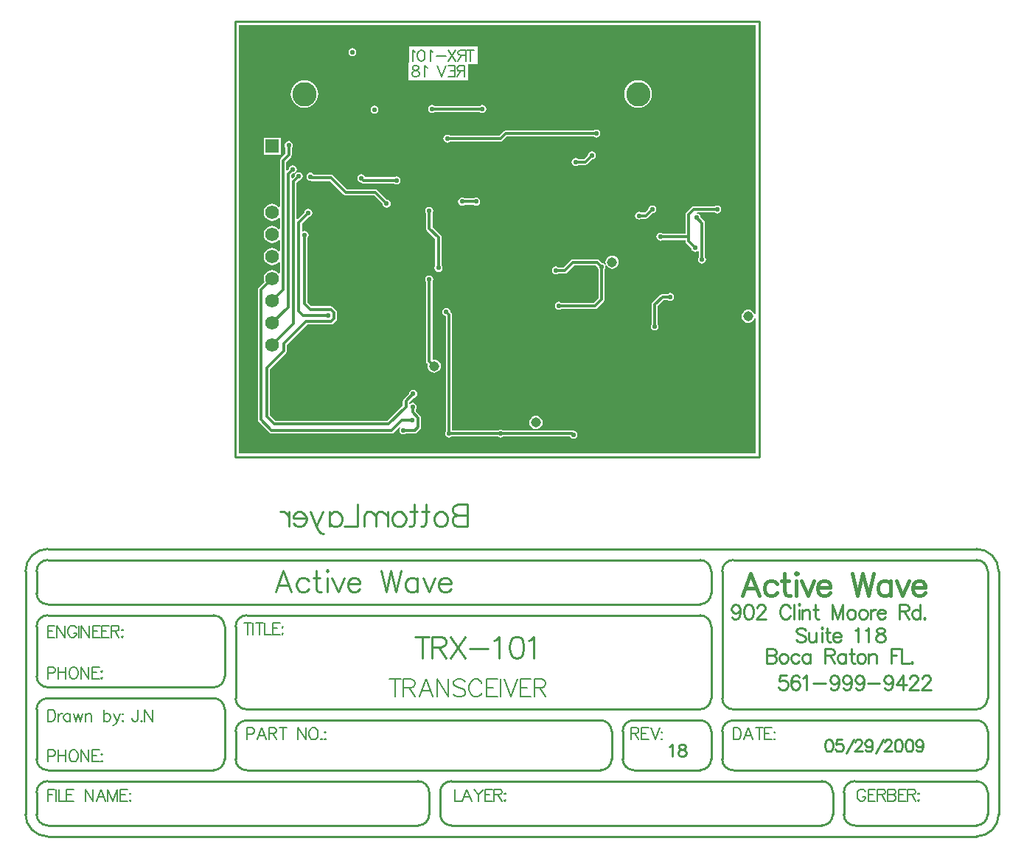
<source format=gbl>
%FSLAX23Y23*%
%MOIN*%
G70*
G01*
G75*
G04 Layer_Physical_Order=2*
G04 Layer_Color=16711680*
%ADD10R,0.030X0.030*%
%ADD11R,0.030X0.030*%
%ADD12R,0.025X0.055*%
%ADD13R,0.025X0.095*%
%ADD14R,0.040X0.055*%
%ADD15R,0.055X0.040*%
%ADD16R,0.036X0.050*%
%ADD17R,0.036X0.036*%
%ADD18R,0.060X0.050*%
%ADD19R,0.150X0.050*%
%ADD20C,0.012*%
%ADD21R,0.024X0.024*%
%ADD22R,0.036X0.036*%
%ADD23R,0.050X0.036*%
%ADD24R,0.047X0.047*%
%ADD25R,0.047X0.047*%
%ADD26R,0.039X0.039*%
%ADD27R,0.039X0.020*%
%ADD28O,0.016X0.060*%
%ADD29R,0.020X0.050*%
%ADD30O,0.016X0.060*%
%ADD31O,0.024X0.080*%
%ADD32O,0.060X0.016*%
%ADD33R,0.059X0.031*%
%ADD34R,0.031X0.059*%
%ADD35R,0.090X0.024*%
%ADD36R,0.024X0.100*%
%ADD37R,0.070X0.024*%
%ADD38R,0.024X0.090*%
%ADD39R,0.055X0.025*%
%ADD40R,0.095X0.025*%
%ADD41R,0.020X0.030*%
%ADD42C,0.014*%
%ADD43C,0.012*%
%ADD44C,0.010*%
%ADD45C,0.030*%
%ADD46C,0.020*%
%ADD47C,0.008*%
%ADD48C,0.009*%
%ADD49C,0.005*%
%ADD50C,0.015*%
%ADD51C,0.045*%
%ADD52C,0.075*%
%ADD53C,0.140*%
%ADD54C,0.060*%
%ADD55C,0.062*%
%ADD56R,0.062X0.062*%
%ADD57C,0.110*%
%ADD58C,0.022*%
G36*
X2303Y585D02*
X2298Y584D01*
X2296Y590D01*
X2291Y596D01*
X2285Y601D01*
X2278Y604D01*
X2270Y605D01*
X2262Y604D01*
X2255Y601D01*
X2249Y596D01*
X2244Y590D01*
X2241Y583D01*
X2240Y575D01*
X2241Y567D01*
X2244Y560D01*
X2249Y554D01*
X2255Y549D01*
X2262Y546D01*
X2270Y545D01*
X2278Y546D01*
X2285Y549D01*
X2291Y554D01*
X2296Y560D01*
X2298Y566D01*
X2303Y565D01*
Y-43D01*
X-32D01*
Y1893D01*
X2303D01*
Y585D01*
D02*
G37*
%LPC*%
G36*
X1836Y1077D02*
X1829Y1076D01*
X1823Y1072D01*
X1819Y1066D01*
X1818Y1060D01*
X1802Y1044D01*
X1789D01*
X1783Y1047D01*
X1776Y1049D01*
X1769Y1047D01*
X1763Y1043D01*
X1759Y1037D01*
X1758Y1030D01*
X1759Y1023D01*
X1763Y1017D01*
X1769Y1014D01*
X1776Y1012D01*
X1783Y1014D01*
X1789Y1017D01*
X1807D01*
X1813Y1018D01*
X1817Y1021D01*
X1837Y1041D01*
X1843Y1042D01*
X1849Y1046D01*
X1853Y1052D01*
X1855Y1059D01*
X1853Y1066D01*
X1849Y1072D01*
X1843Y1076D01*
X1836Y1077D01*
D02*
G37*
G36*
X1655Y850D02*
X1647Y849D01*
X1640Y846D01*
X1634Y841D01*
X1629Y835D01*
X1626Y828D01*
X1625Y820D01*
X1626Y812D01*
X1628Y808D01*
X1628Y808D01*
X1628D01*
X1625Y806D01*
X1623Y807D01*
X1620Y811D01*
X1614Y815D01*
X1609Y816D01*
X1596Y829D01*
X1591Y832D01*
X1586Y833D01*
X1586Y833D01*
X1477D01*
X1477Y833D01*
X1472Y832D01*
X1467Y829D01*
X1467Y829D01*
X1435Y797D01*
X1411D01*
X1407Y800D01*
X1400Y802D01*
X1393Y800D01*
X1387Y796D01*
X1383Y790D01*
X1382Y783D01*
X1383Y776D01*
X1387Y770D01*
X1393Y766D01*
X1400Y765D01*
X1407Y766D01*
X1411Y769D01*
X1441D01*
X1441Y769D01*
X1446Y770D01*
X1451Y773D01*
X1483Y805D01*
X1580D01*
X1589Y796D01*
X1590Y791D01*
X1593Y787D01*
Y659D01*
X1571Y637D01*
X1425D01*
X1421Y640D01*
X1414Y642D01*
X1407Y640D01*
X1401Y636D01*
X1397Y630D01*
X1396Y623D01*
X1397Y616D01*
X1401Y610D01*
X1407Y606D01*
X1414Y605D01*
X1421Y606D01*
X1425Y609D01*
X1577D01*
X1577Y609D01*
X1582Y610D01*
X1587Y613D01*
X1617Y643D01*
X1617Y643D01*
X1620Y648D01*
D01*
D01*
D01*
Y648D01*
X1620D01*
D01*
D01*
D01*
D01*
X1620D01*
D01*
D01*
D01*
D01*
Y648D01*
X1620D01*
D01*
Y648D01*
D01*
D01*
D01*
D01*
D01*
D01*
D01*
D01*
D01*
D01*
D01*
D01*
Y648D01*
D01*
X1620D01*
D01*
D01*
D01*
D01*
X1620Y648D01*
X1621Y653D01*
X1621Y653D01*
Y787D01*
X1624Y791D01*
X1625Y798D01*
X1624Y805D01*
X1627Y806D01*
X1629Y805D01*
D01*
X1634Y799D01*
X1640Y794D01*
X1647Y791D01*
X1655Y790D01*
X1663Y791D01*
X1670Y794D01*
X1676Y799D01*
X1681Y805D01*
X1684Y812D01*
X1685Y820D01*
X1684Y828D01*
X1681Y835D01*
X1676Y841D01*
X1670Y846D01*
X1663Y849D01*
X1655Y850D01*
D02*
G37*
G36*
X291Y1225D02*
X284Y1224D01*
X278Y1220D01*
X274Y1214D01*
X273Y1207D01*
X274Y1200D01*
X278Y1194D01*
X284Y1190D01*
X290Y1189D01*
X292Y1188D01*
Y1188D01*
X292Y1188D01*
D01*
D01*
D01*
X292D01*
Y1188D01*
D01*
X292Y1188D01*
X292Y1188D01*
X297Y1187D01*
X297Y1187D01*
X379D01*
X441Y1125D01*
X446Y1122D01*
X451Y1121D01*
X451Y1121D01*
X579D01*
X617Y1083D01*
X618Y1078D01*
X622Y1072D01*
X628Y1068D01*
X635Y1067D01*
X642Y1068D01*
X648Y1072D01*
X652Y1078D01*
X653Y1085D01*
X652Y1092D01*
X648Y1098D01*
X642Y1102D01*
X637Y1103D01*
X595Y1145D01*
X590Y1148D01*
X585Y1149D01*
X585Y1149D01*
X457D01*
X395Y1211D01*
X390Y1214D01*
X385Y1215D01*
X385Y1215D01*
X307D01*
X304Y1220D01*
X298Y1224D01*
X291Y1225D01*
D02*
G37*
G36*
X192Y1368D02*
X185Y1366D01*
X179Y1362D01*
X175Y1356D01*
X174Y1349D01*
X175Y1342D01*
X178Y1338D01*
Y1311D01*
X157Y1289D01*
X154Y1285D01*
X153Y1279D01*
X153Y1279D01*
Y1071D01*
X148Y1069D01*
X145Y1072D01*
X137Y1078D01*
X128Y1082D01*
X118Y1084D01*
X108Y1082D01*
X99Y1078D01*
X91Y1072D01*
X85Y1064D01*
X81Y1055D01*
X80Y1045D01*
X81Y1035D01*
X85Y1026D01*
X91Y1018D01*
X99Y1012D01*
X108Y1008D01*
X118Y1007D01*
X128Y1008D01*
X137Y1012D01*
X145Y1018D01*
X148Y1021D01*
X153Y1020D01*
Y971D01*
X148Y969D01*
X145Y972D01*
X137Y978D01*
X128Y982D01*
X118Y984D01*
X108Y982D01*
X99Y978D01*
X91Y972D01*
X85Y964D01*
X81Y955D01*
X80Y945D01*
X81Y935D01*
X85Y926D01*
X91Y918D01*
X99Y912D01*
X108Y908D01*
X118Y907D01*
X128Y908D01*
X137Y912D01*
X145Y918D01*
X148Y921D01*
X153Y920D01*
Y871D01*
X148Y869D01*
X145Y872D01*
X137Y878D01*
X128Y882D01*
X118Y884D01*
X108Y882D01*
X99Y878D01*
X91Y872D01*
X85Y864D01*
X81Y855D01*
X80Y845D01*
X81Y835D01*
X85Y826D01*
X91Y818D01*
X99Y812D01*
X108Y808D01*
X118Y807D01*
X128Y808D01*
X137Y812D01*
X145Y818D01*
X148Y821D01*
X153Y820D01*
Y771D01*
X148Y769D01*
X145Y772D01*
X137Y778D01*
X128Y782D01*
X118Y784D01*
X108Y782D01*
X99Y778D01*
X91Y772D01*
X85Y764D01*
X81Y755D01*
X80Y745D01*
X81Y735D01*
X83Y730D01*
X57Y704D01*
X54Y699D01*
X53Y694D01*
X53Y694D01*
Y108D01*
X53Y108D01*
X54Y103D01*
X57Y98D01*
X105Y50D01*
X105Y50D01*
X110Y47D01*
Y47D01*
X110Y47D01*
D01*
D01*
D01*
X110D01*
Y47D01*
D01*
X110Y47D01*
X110Y47D01*
X115Y46D01*
X115Y46D01*
X657D01*
X657Y46D01*
X662Y47D01*
X667Y50D01*
X692Y75D01*
X694Y75D01*
X697Y73D01*
X697Y73D01*
D01*
X693Y67D01*
X692Y60D01*
X693Y53D01*
X697Y47D01*
X703Y43D01*
X710Y42D01*
X717Y43D01*
X721Y46D01*
X762D01*
X762Y46D01*
X767Y47D01*
X772Y50D01*
X787Y65D01*
X790Y70D01*
X791Y75D01*
X791Y75D01*
Y116D01*
X791Y116D01*
Y116D01*
X791D01*
X791Y116D01*
D01*
D01*
D01*
D01*
X791Y116D01*
D01*
X790Y122D01*
X789Y123D01*
X787Y126D01*
X787Y126D01*
X766Y147D01*
Y154D01*
X769Y158D01*
X770Y165D01*
X769Y172D01*
X765Y178D01*
X759Y182D01*
X752Y184D01*
X745Y182D01*
X741Y179D01*
X736Y182D01*
Y185D01*
X757Y206D01*
X762Y207D01*
X768Y211D01*
X772Y217D01*
X773Y224D01*
X772Y231D01*
X768Y237D01*
X762Y241D01*
X755Y243D01*
X748Y241D01*
X742Y237D01*
X738Y231D01*
X737Y226D01*
X712Y201D01*
X709Y197D01*
X708Y191D01*
X708Y191D01*
Y172D01*
X639Y103D01*
X133D01*
X108Y128D01*
Y337D01*
X179Y408D01*
X179Y408D01*
X181Y411D01*
X182Y413D01*
X183Y418D01*
X183Y418D01*
Y446D01*
X276Y539D01*
X385D01*
X385Y539D01*
X390Y540D01*
X395Y543D01*
X406Y554D01*
X406Y554D01*
X409Y559D01*
X410Y564D01*
Y593D01*
X410Y593D01*
X409Y599D01*
X406Y603D01*
X406Y603D01*
X393Y616D01*
X388Y619D01*
X383Y621D01*
X383Y621D01*
X295D01*
X278Y637D01*
Y932D01*
X281Y936D01*
X282Y943D01*
X281Y950D01*
X277Y956D01*
X271Y960D01*
X264Y962D01*
X257Y960D01*
X256Y960D01*
X252Y962D01*
Y994D01*
X284Y1025D01*
X288Y1026D01*
X294Y1030D01*
X298Y1036D01*
X300Y1043D01*
X298Y1050D01*
X294Y1056D01*
X288Y1060D01*
X281Y1062D01*
X274Y1060D01*
X268Y1056D01*
X264Y1050D01*
X263Y1045D01*
X233Y1015D01*
X228Y1017D01*
Y1178D01*
X240Y1190D01*
X245Y1191D01*
X251Y1195D01*
X255Y1201D01*
X256Y1208D01*
X255Y1215D01*
X251Y1221D01*
X245Y1225D01*
X238Y1226D01*
X231Y1225D01*
X225Y1221D01*
X221Y1215D01*
X220Y1210D01*
X209Y1200D01*
X205Y1202D01*
Y1214D01*
X212Y1221D01*
X217Y1222D01*
X223Y1226D01*
X227Y1232D01*
X229Y1239D01*
X227Y1246D01*
X223Y1252D01*
X217Y1256D01*
X210Y1258D01*
X203Y1256D01*
X197Y1252D01*
X193Y1246D01*
X192Y1242D01*
X186Y1235D01*
X181Y1237D01*
Y1273D01*
X202Y1295D01*
X202Y1295D01*
X204Y1297D01*
X205Y1299D01*
X207Y1305D01*
Y1338D01*
X209Y1342D01*
X211Y1349D01*
X209Y1356D01*
X205Y1362D01*
X199Y1366D01*
X192Y1368D01*
D02*
G37*
G36*
X2129Y1076D02*
X2122Y1075D01*
X2118Y1072D01*
X2023D01*
X2023Y1072D01*
X2018Y1071D01*
X2013Y1068D01*
X1991Y1046D01*
X1988Y1041D01*
X1987Y1036D01*
X1987Y1036D01*
Y949D01*
X1884D01*
X1880Y951D01*
X1873Y953D01*
X1866Y951D01*
X1860Y948D01*
X1856Y942D01*
X1855Y935D01*
X1856Y928D01*
X1860Y922D01*
X1866Y918D01*
X1873Y916D01*
X1880Y918D01*
X1884Y920D01*
X1987D01*
Y914D01*
X1987Y914D01*
X1988Y908D01*
X1991Y904D01*
X2012Y882D01*
X2013Y877D01*
X2017Y872D01*
X2023Y868D01*
X2030Y866D01*
X2037Y868D01*
X2042Y871D01*
X2047Y869D01*
Y842D01*
X2044Y838D01*
X2043Y831D01*
X2044Y824D01*
X2048Y818D01*
X2054Y814D01*
X2061Y813D01*
X2068Y814D01*
X2074Y818D01*
X2078Y824D01*
X2079Y831D01*
X2078Y838D01*
X2075Y842D01*
Y997D01*
X2075Y997D01*
Y997D01*
X2075D01*
X2075Y997D01*
D01*
D01*
D01*
D01*
X2075Y997D01*
D01*
X2074Y1002D01*
X2073Y1004D01*
X2071Y1007D01*
X2071Y1007D01*
X2054Y1024D01*
X2053Y1029D01*
X2049Y1035D01*
X2043Y1039D01*
X2036Y1040D01*
X2039Y1044D01*
X2118D01*
X2122Y1041D01*
X2129Y1040D01*
X2136Y1041D01*
X2142Y1045D01*
X2146Y1051D01*
X2147Y1058D01*
X2146Y1065D01*
X2142Y1071D01*
X2136Y1075D01*
X2129Y1076D01*
D02*
G37*
G36*
X828Y760D02*
X821Y758D01*
X815Y754D01*
X811Y748D01*
X809Y741D01*
X811Y734D01*
X814Y730D01*
Y372D01*
X814Y372D01*
X815Y367D01*
X818Y362D01*
X822Y358D01*
X821Y358D01*
X820Y350D01*
X821Y342D01*
X824Y335D01*
X829Y329D01*
X835Y324D01*
X842Y321D01*
X850Y320D01*
X858Y321D01*
X865Y324D01*
X871Y329D01*
X876Y335D01*
X879Y342D01*
X880Y350D01*
X879Y358D01*
X876Y365D01*
X871Y371D01*
X865Y376D01*
X858Y379D01*
X850Y380D01*
X846Y379D01*
X842Y383D01*
Y730D01*
X845Y734D01*
X846Y741D01*
X845Y748D01*
X841Y754D01*
X835Y758D01*
X828Y760D01*
D02*
G37*
G36*
X1310Y125D02*
X1302Y124D01*
X1295Y121D01*
X1289Y116D01*
X1284Y110D01*
X1281Y103D01*
X1280Y95D01*
X1281Y87D01*
X1284Y80D01*
X1289Y74D01*
X1295Y69D01*
X1302Y66D01*
X1310Y65D01*
X1318Y66D01*
X1325Y69D01*
X1331Y74D01*
X1336Y80D01*
X1339Y87D01*
X1340Y95D01*
X1339Y103D01*
X1336Y110D01*
X1331Y116D01*
X1325Y121D01*
X1318Y124D01*
X1310Y125D01*
D02*
G37*
G36*
X905Y613D02*
X898Y612D01*
X892Y608D01*
X888Y602D01*
X887Y595D01*
X888Y588D01*
X892Y582D01*
X898Y578D01*
X903Y577D01*
X903Y577D01*
Y56D01*
X900Y52D01*
X899Y45D01*
X900Y38D01*
X904Y32D01*
X910Y28D01*
X917Y27D01*
X924Y28D01*
X928Y31D01*
X1139D01*
X1143Y28D01*
X1150Y27D01*
X1157Y28D01*
X1161Y31D01*
X1464D01*
X1466Y27D01*
X1472Y23D01*
X1479Y22D01*
X1486Y23D01*
X1492Y27D01*
X1496Y33D01*
X1497Y40D01*
X1496Y47D01*
X1492Y53D01*
X1486Y57D01*
X1479Y58D01*
X1479Y58D01*
X1474Y59D01*
X1474Y59D01*
X1161D01*
X1157Y62D01*
X1150Y63D01*
X1143Y62D01*
X1139Y59D01*
X931D01*
Y583D01*
X931Y583D01*
X930Y588D01*
X930D01*
D01*
D01*
X930Y588D01*
D01*
D01*
D01*
D01*
X930Y588D01*
D01*
D01*
Y588D01*
D01*
X930D01*
D01*
D01*
X930D01*
D01*
D01*
X927Y593D01*
X927Y593D01*
X923Y597D01*
X922Y602D01*
X918Y608D01*
X912Y612D01*
X905Y613D01*
D02*
G37*
G36*
X828Y1070D02*
X821Y1068D01*
X815Y1064D01*
X811Y1058D01*
X810Y1051D01*
X811Y1044D01*
X814Y1040D01*
Y973D01*
X814Y973D01*
X815Y968D01*
X818Y963D01*
X855Y926D01*
Y805D01*
X852Y801D01*
X851Y794D01*
X852Y787D01*
X856Y781D01*
X862Y777D01*
X869Y776D01*
X876Y777D01*
X882Y781D01*
X886Y787D01*
X887Y794D01*
X886Y801D01*
X883Y805D01*
Y932D01*
X883Y932D01*
X882Y938D01*
X879Y942D01*
X879Y942D01*
X842Y979D01*
Y1040D01*
X845Y1044D01*
X846Y1051D01*
X845Y1058D01*
X841Y1064D01*
X835Y1068D01*
X828Y1070D01*
D02*
G37*
G36*
X1917Y682D02*
X1910Y680D01*
X1906Y677D01*
X1882D01*
X1882Y677D01*
X1877Y676D01*
X1872Y673D01*
X1872Y673D01*
X1837Y638D01*
X1834Y634D01*
X1833Y628D01*
X1833Y628D01*
Y540D01*
X1830Y536D01*
X1829Y529D01*
X1830Y522D01*
X1834Y516D01*
X1840Y512D01*
X1847Y511D01*
X1854Y512D01*
X1860Y516D01*
X1864Y522D01*
X1865Y529D01*
X1864Y536D01*
X1861Y540D01*
Y622D01*
X1888Y649D01*
X1906D01*
X1910Y646D01*
X1917Y645D01*
X1924Y646D01*
X1930Y650D01*
X1934Y656D01*
X1935Y663D01*
X1934Y670D01*
X1930Y676D01*
X1924Y680D01*
X1917Y682D01*
D02*
G37*
G36*
X1772Y1642D02*
X1760Y1641D01*
X1748Y1638D01*
X1738Y1632D01*
X1728Y1624D01*
X1721Y1615D01*
X1715Y1604D01*
X1711Y1592D01*
X1710Y1580D01*
X1711Y1568D01*
X1715Y1556D01*
X1721Y1546D01*
X1728Y1536D01*
X1738Y1528D01*
X1748Y1523D01*
X1760Y1519D01*
X1772Y1518D01*
X1784Y1519D01*
X1796Y1523D01*
X1807Y1528D01*
X1816Y1536D01*
X1824Y1546D01*
X1830Y1556D01*
X1833Y1568D01*
X1835Y1580D01*
X1833Y1592D01*
X1830Y1604D01*
X1824Y1615D01*
X1816Y1624D01*
X1807Y1632D01*
X1796Y1638D01*
X1784Y1641D01*
X1772Y1642D01*
D02*
G37*
G36*
X263D02*
X251Y1641D01*
X239Y1638D01*
X229Y1632D01*
X219Y1624D01*
X212Y1615D01*
X206Y1604D01*
X202Y1592D01*
X201Y1580D01*
X202Y1568D01*
X206Y1556D01*
X212Y1546D01*
X219Y1536D01*
X229Y1528D01*
X239Y1523D01*
X251Y1519D01*
X263Y1518D01*
X275Y1519D01*
X287Y1523D01*
X298Y1528D01*
X307Y1536D01*
X315Y1546D01*
X321Y1556D01*
X324Y1568D01*
X326Y1580D01*
X324Y1592D01*
X321Y1604D01*
X315Y1615D01*
X307Y1624D01*
X298Y1632D01*
X287Y1638D01*
X275Y1641D01*
X263Y1642D01*
D02*
G37*
G36*
X1068Y1532D02*
X1061Y1530D01*
X1057Y1527D01*
X852D01*
X848Y1530D01*
X841Y1532D01*
X834Y1530D01*
X828Y1526D01*
X824Y1520D01*
X823Y1513D01*
X824Y1506D01*
X828Y1500D01*
X834Y1496D01*
X841Y1495D01*
X848Y1496D01*
X852Y1499D01*
X1057D01*
X1061Y1496D01*
X1068Y1495D01*
X1075Y1496D01*
X1081Y1500D01*
X1085Y1506D01*
X1086Y1513D01*
X1085Y1520D01*
X1081Y1526D01*
X1075Y1530D01*
X1068Y1532D01*
D02*
G37*
G36*
X480Y1788D02*
X473Y1787D01*
X467Y1783D01*
X463Y1777D01*
X462Y1770D01*
X463Y1763D01*
X467Y1757D01*
X473Y1753D01*
X480Y1752D01*
X487Y1753D01*
X493Y1757D01*
X497Y1763D01*
X498Y1770D01*
X497Y1777D01*
X493Y1783D01*
X487Y1787D01*
X480Y1788D01*
D02*
G37*
G36*
X1046Y1794D02*
X737D01*
Y1723D01*
X734D01*
Y1643D01*
X1002D01*
Y1714D01*
X1046D01*
Y1794D01*
D02*
G37*
G36*
X580Y1528D02*
X573Y1527D01*
X567Y1523D01*
X563Y1517D01*
X562Y1510D01*
X563Y1503D01*
X567Y1497D01*
X573Y1493D01*
X580Y1492D01*
X587Y1493D01*
X593Y1497D01*
X597Y1503D01*
X598Y1510D01*
X597Y1517D01*
X593Y1523D01*
X587Y1527D01*
X580Y1528D01*
D02*
G37*
G36*
X520Y1218D02*
X513Y1217D01*
X507Y1213D01*
X503Y1207D01*
X502Y1200D01*
X503Y1193D01*
X507Y1187D01*
X513Y1183D01*
X518Y1182D01*
X520Y1180D01*
X520Y1180D01*
X523Y1178D01*
X525Y1177D01*
X530Y1176D01*
X669D01*
X673Y1173D01*
X680Y1172D01*
X687Y1173D01*
X693Y1177D01*
X697Y1183D01*
X698Y1190D01*
X697Y1197D01*
X693Y1203D01*
X687Y1207D01*
X680Y1208D01*
X673Y1207D01*
X669Y1204D01*
X538D01*
X537Y1207D01*
X533Y1213D01*
X527Y1217D01*
X520Y1218D01*
D02*
G37*
G36*
X1040Y1113D02*
X1033Y1111D01*
X1029Y1108D01*
X987D01*
X983Y1111D01*
X976Y1113D01*
X969Y1111D01*
X963Y1107D01*
X959Y1101D01*
X958Y1094D01*
X959Y1087D01*
X963Y1081D01*
X969Y1077D01*
X976Y1076D01*
X983Y1077D01*
X987Y1080D01*
X1029D01*
X1033Y1077D01*
X1040Y1076D01*
X1047Y1077D01*
X1053Y1081D01*
X1057Y1087D01*
X1058Y1094D01*
X1057Y1101D01*
X1053Y1107D01*
X1047Y1111D01*
X1040Y1113D01*
D02*
G37*
G36*
X1563Y1321D02*
X1556Y1319D01*
X1550Y1315D01*
X1546Y1309D01*
X1545Y1303D01*
X1529Y1286D01*
X1502D01*
X1496Y1290D01*
X1489Y1292D01*
X1482Y1290D01*
X1476Y1286D01*
X1472Y1280D01*
X1471Y1273D01*
X1472Y1266D01*
X1476Y1260D01*
X1482Y1256D01*
X1489Y1255D01*
X1496Y1256D01*
X1502Y1260D01*
X1534D01*
X1539Y1261D01*
X1543Y1264D01*
Y1264D01*
X1543D01*
D01*
D01*
D01*
D01*
D01*
D01*
X1543D01*
D01*
X1543D01*
Y1264D01*
D01*
D01*
D01*
D01*
Y1264D01*
D01*
D01*
D01*
D01*
D01*
D01*
Y1264D01*
D01*
D01*
X1543D01*
D01*
D01*
D01*
X1563Y1284D01*
X1570Y1285D01*
X1576Y1289D01*
X1580Y1295D01*
X1581Y1302D01*
X1580Y1309D01*
X1576Y1315D01*
X1570Y1319D01*
X1563Y1321D01*
D02*
G37*
G36*
X1583Y1420D02*
X1576Y1418D01*
X1570Y1414D01*
X1172D01*
X1167Y1413D01*
X1163Y1411D01*
X1144Y1391D01*
X922D01*
X916Y1395D01*
X909Y1397D01*
X902Y1395D01*
X896Y1391D01*
X892Y1385D01*
X891Y1378D01*
X892Y1371D01*
X896Y1365D01*
X902Y1361D01*
X909Y1360D01*
X916Y1361D01*
X922Y1365D01*
X1149D01*
X1154Y1366D01*
X1158Y1369D01*
Y1369D01*
X1158D01*
D01*
D01*
D01*
D01*
D01*
D01*
X1158D01*
D01*
X1158D01*
Y1369D01*
D01*
D01*
D01*
D01*
Y1369D01*
D01*
D01*
D01*
D01*
D01*
D01*
Y1369D01*
D01*
D01*
X1158D01*
D01*
D01*
D01*
X1177Y1388D01*
X1570D01*
X1576Y1384D01*
X1583Y1383D01*
X1590Y1384D01*
X1596Y1388D01*
X1600Y1394D01*
X1601Y1401D01*
X1600Y1408D01*
X1596Y1414D01*
X1590Y1418D01*
X1583Y1420D01*
D02*
G37*
G36*
X156Y1383D02*
X80D01*
Y1307D01*
X156D01*
Y1383D01*
D02*
G37*
%LPD*%
D42*
X917Y45D02*
X917Y45D01*
X917Y45D02*
Y583D01*
X1474Y45D02*
X1479Y40D01*
X2023Y1058D02*
X2129D01*
X2001Y1036D02*
X2023Y1058D01*
X2001Y914D02*
X2030Y885D01*
X291Y1207D02*
X297Y1201D01*
X94Y343D02*
X169Y418D01*
X94Y122D02*
Y343D01*
X67Y694D02*
X118Y745D01*
X169Y418D02*
Y452D01*
X270Y553D01*
X385D01*
X396Y564D01*
Y593D01*
X383Y606D02*
X396Y593D01*
X289Y606D02*
X383D01*
X264Y631D02*
X289Y606D01*
X264Y631D02*
Y943D01*
X214Y541D02*
Y1184D01*
X238Y1208D01*
X190Y617D02*
Y1220D01*
X210Y1239D01*
X192Y1305D02*
Y1349D01*
X167Y694D02*
Y1279D01*
X192Y1305D01*
X1414Y623D02*
X1577D01*
X1607Y653D01*
Y798D01*
X1847Y529D02*
Y628D01*
X1882Y663D01*
X1917D01*
X118Y645D02*
X167Y694D01*
X118Y545D02*
X190Y617D01*
X118Y445D02*
X214Y541D01*
X238Y1000D02*
X281Y1043D01*
X238Y600D02*
X258Y580D01*
X369D01*
X238Y600D02*
Y1000D01*
X976Y1094D02*
X1040D01*
X1400Y783D02*
X1441D01*
X1477Y819D01*
X1586D01*
X1607Y798D01*
X94Y122D02*
X127Y89D01*
X67Y108D02*
X115Y60D01*
X67Y108D02*
Y694D01*
X127Y89D02*
X645D01*
X702Y105D02*
X750D01*
X657Y60D02*
X702Y105D01*
X115Y60D02*
X657D01*
X710D02*
X762D01*
X777Y75D01*
Y116D01*
X752Y141D02*
X777Y116D01*
X752Y141D02*
Y165D01*
X722Y191D02*
X755Y224D01*
X722Y166D02*
Y191D01*
X645Y89D02*
X722Y166D01*
X828Y973D02*
Y1051D01*
Y973D02*
X869Y932D01*
Y794D02*
Y932D01*
X841Y1513D02*
X1068D01*
X2036Y1022D02*
X2061Y997D01*
Y831D02*
Y997D01*
X828Y372D02*
X850Y350D01*
X828Y372D02*
Y741D01*
X905Y595D02*
X917Y583D01*
X451Y1135D02*
X585D01*
X635Y1085D01*
X385Y1201D02*
X451Y1135D01*
X297Y1201D02*
X385D01*
X530Y1190D02*
X680D01*
X520Y1200D02*
X530Y1190D01*
X917Y45D02*
X1150D01*
X1474D01*
X1873Y935D02*
X2001D01*
Y914D02*
Y935D01*
Y1036D01*
D43*
X1807Y1030D02*
X1836Y1059D01*
X1776Y1030D02*
X1807D01*
X1489Y1273D02*
X1534D01*
X1563Y1302D01*
X1172Y1401D02*
X1583D01*
X1149Y1378D02*
X1172Y1401D01*
X909Y1378D02*
X1149D01*
D44*
X1000Y-275D02*
Y-375D01*
Y-275D02*
X957D01*
X943Y-280D01*
X938Y-285D01*
X933Y-294D01*
Y-304D01*
X938Y-313D01*
X943Y-318D01*
X957Y-323D01*
X1000D02*
X957D01*
X943Y-327D01*
X938Y-332D01*
X933Y-342D01*
Y-356D01*
X938Y-365D01*
X943Y-370D01*
X957Y-375D01*
X1000D01*
X887Y-308D02*
X897Y-313D01*
X906Y-323D01*
X911Y-337D01*
Y-346D01*
X906Y-361D01*
X897Y-370D01*
X887Y-375D01*
X873D01*
X863Y-370D01*
X854Y-361D01*
X849Y-346D01*
Y-337D01*
X854Y-323D01*
X863Y-313D01*
X873Y-308D01*
X887D01*
X813Y-275D02*
Y-356D01*
X808Y-370D01*
X799Y-375D01*
X789D01*
X827Y-308D02*
X794D01*
X761Y-275D02*
Y-356D01*
X756Y-370D01*
X746Y-375D01*
X737D01*
X775Y-308D02*
X741D01*
X699D02*
X708Y-313D01*
X718Y-323D01*
X722Y-337D01*
Y-346D01*
X718Y-361D01*
X708Y-370D01*
X699Y-375D01*
X684D01*
X675Y-370D01*
X665Y-361D01*
X661Y-346D01*
Y-337D01*
X665Y-323D01*
X675Y-313D01*
X684Y-308D01*
X699D01*
X639D02*
Y-375D01*
Y-327D02*
X624Y-313D01*
X615Y-308D01*
X601D01*
X591Y-313D01*
X586Y-327D01*
Y-375D01*
Y-327D02*
X572Y-313D01*
X562Y-308D01*
X548D01*
X539Y-313D01*
X534Y-327D01*
Y-375D01*
X502Y-275D02*
Y-375D01*
X445D01*
X377Y-308D02*
Y-375D01*
Y-323D02*
X387Y-313D01*
X396Y-308D01*
X411D01*
X420Y-313D01*
X430Y-323D01*
X434Y-337D01*
Y-346D01*
X430Y-361D01*
X420Y-370D01*
X411Y-375D01*
X396D01*
X387Y-370D01*
X377Y-361D01*
X346Y-308D02*
X317Y-375D01*
X289Y-308D02*
X317Y-375D01*
X327Y-394D01*
X336Y-404D01*
X346Y-408D01*
X351D01*
X272Y-337D02*
X215D01*
Y-327D01*
X220Y-318D01*
X224Y-313D01*
X234Y-308D01*
X248D01*
X258Y-313D01*
X267Y-323D01*
X272Y-337D01*
Y-346D01*
X267Y-361D01*
X258Y-370D01*
X248Y-375D01*
X234D01*
X224Y-370D01*
X215Y-361D01*
X194Y-308D02*
Y-375D01*
Y-337D02*
X189Y-323D01*
X179Y-313D01*
X170Y-308D01*
X155D01*
X2163Y1304D02*
G03*
X2163Y1304I-65J0D01*
G01*
X-50Y1910D02*
X2320D01*
Y-60D02*
Y1910D01*
X-50Y-60D02*
X2320D01*
X-50Y-60D02*
Y1910D01*
X3352Y-1301D02*
G03*
X3303Y-1252I-49J0D01*
G01*
X2202D02*
G03*
X2152Y-1302I0J-50D01*
G01*
X3302Y-1202D02*
G03*
X3352Y-1152I0J50D01*
G01*
X2152D02*
G03*
X2202Y-1202I50J0D01*
G01*
X-898Y-477D02*
G03*
X-998Y-577I0J-100D01*
G01*
Y-1676D02*
G03*
X-899Y-1777I101J0D01*
G01*
X3302Y-1777D02*
G03*
X3402Y-1677I0J100D01*
G01*
Y-577D02*
G03*
X3302Y-477I-100J0D01*
G01*
X3352Y-576D02*
G03*
X3301Y-527I-49J0D01*
G01*
X3302Y-1477D02*
G03*
X3352Y-1427I0J50D01*
G01*
X3352Y-1576D02*
G03*
X3302Y-1527I-50J-1D01*
G01*
Y-1727D02*
G03*
X3352Y-1677I0J50D01*
G01*
X2052Y-1477D02*
G03*
X2102Y-1427I0J50D01*
G01*
X2152Y-1428D02*
G03*
X2202Y-1477I49J0D01*
G01*
X2102Y-1301D02*
G03*
X2053Y-1252I-49J0D01*
G01*
X-948Y-1677D02*
G03*
X-899Y-1727I50J0D01*
G01*
X2053Y-1202D02*
G03*
X2102Y-1152I-1J50D01*
G01*
X-898Y-1527D02*
G03*
X-948Y-1577I0J-50D01*
G01*
X2102Y-827D02*
G03*
X2052Y-777I-50J0D01*
G01*
Y-727D02*
G03*
X2102Y-677I0J50D01*
G01*
X2202Y-527D02*
G03*
X2152Y-577I0J-50D01*
G01*
X2102D02*
G03*
X2052Y-527I-50J0D01*
G01*
X-898D02*
G03*
X-948Y-577I0J-50D01*
G01*
Y-677D02*
G03*
X-898Y-727I50J0D01*
G01*
Y-777D02*
G03*
X-948Y-827I0J-50D01*
G01*
Y-1052D02*
G03*
X-898Y-1102I50J0D01*
G01*
Y-1152D02*
G03*
X-948Y-1202I0J-50D01*
G01*
Y-1427D02*
G03*
X-899Y-1477I50J0D01*
G01*
X2Y-777D02*
G03*
X-48Y-827I0J-50D01*
G01*
X2Y-1252D02*
G03*
X-48Y-1302I0J-50D01*
G01*
X1750Y-1252D02*
G03*
X1702Y-1302I0J-48D01*
G01*
X1702Y-1426D02*
G03*
X1752Y-1477I51J0D01*
G01*
X1603Y-1477D02*
G03*
X1652Y-1427I0J49D01*
G01*
X1652Y-1301D02*
G03*
X1603Y-1252I-49J0D01*
G01*
X-147Y-1477D02*
G03*
X-98Y-1428I0J49D01*
G01*
X-48D02*
G03*
X1Y-1477I49J0D01*
G01*
X-48Y-1153D02*
G03*
X1Y-1202I49J0D01*
G01*
X-98Y-1201D02*
G03*
X-149Y-1152I-49J0D01*
G01*
X-146Y-1102D02*
G03*
X-98Y-1054I0J48D01*
G01*
Y-826D02*
G03*
X-147Y-777I-49J0D01*
G01*
X2752Y-1527D02*
G03*
X2702Y-1577I0J-50D01*
G01*
Y-1678D02*
G03*
X2752Y-1727I49J0D01*
G01*
X2603Y-1727D02*
G03*
X2652Y-1677I1J48D01*
G01*
X2652Y-1577D02*
G03*
X2602Y-1527I-50J0D01*
G01*
X877Y-1677D02*
G03*
X926Y-1727I50J0D01*
G01*
X927Y-1527D02*
G03*
X877Y-1577I0J-50D01*
G01*
X778Y-1727D02*
G03*
X827Y-1677I1J48D01*
G01*
X827Y-1577D02*
G03*
X777Y-1527I-50J0D01*
G01*
X3352Y-1427D02*
Y-1301D01*
X2152Y-1427D02*
Y-1302D01*
X3352Y-1152D02*
Y-577D01*
X2152Y-1152D02*
Y-577D01*
X-998Y-1677D02*
Y-577D01*
X-948Y-1677D02*
Y-1577D01*
X3352Y-1677D02*
Y-1577D01*
X2102Y-1427D02*
Y-1302D01*
X1702Y-1427D02*
Y-1302D01*
X-48Y-1427D02*
Y-1302D01*
X1652Y-1427D02*
Y-1302D01*
X-48Y-1152D02*
Y-827D01*
X2102Y-1152D02*
Y-827D01*
Y-677D02*
Y-577D01*
X-948Y-677D02*
Y-577D01*
X-98Y-1052D02*
Y-827D01*
X-948Y-1052D02*
Y-827D01*
X-98Y-1427D02*
Y-1202D01*
X-948Y-1427D02*
Y-1202D01*
X3402Y-1677D02*
Y-577D01*
X2702Y-1677D02*
Y-1577D01*
X2652Y-1677D02*
Y-1577D01*
X877Y-1677D02*
Y-1577D01*
X827Y-1677D02*
Y-1577D01*
X2202Y-1252D02*
X3302D01*
X2202Y-1202D02*
X3302D01*
X2D02*
X2052D01*
X2202Y-527D02*
X3302D01*
X2202Y-1477D02*
X3302D01*
X1752Y-1252D02*
X2052D01*
X1752Y-1477D02*
X2052D01*
X2D02*
X1602D01*
X2Y-1252D02*
X1602D01*
X2Y-777D02*
X2052D01*
X-898Y-727D02*
X2052D01*
X-898Y-777D02*
X-148D01*
X-898Y-1102D02*
X-148D01*
X-898Y-1152D02*
X-148D01*
X-898Y-1477D02*
X-148D01*
X-898Y-477D02*
X3302D01*
X-898Y-1777D02*
X3302D01*
X-898Y-527D02*
X2052D01*
X2752Y-1527D02*
X3302D01*
X2752Y-1727D02*
X3302D01*
X927Y-1527D02*
X2602D01*
X-898D02*
X777D01*
X-898Y-1727D02*
X777D01*
X927D02*
X2602D01*
X2353Y-929D02*
Y-993D01*
Y-929D02*
X2380D01*
X2389Y-932D01*
X2392Y-935D01*
X2396Y-941D01*
Y-947D01*
X2392Y-953D01*
X2389Y-956D01*
X2380Y-959D01*
X2353D02*
X2380D01*
X2389Y-962D01*
X2392Y-965D01*
X2396Y-971D01*
Y-981D01*
X2392Y-987D01*
X2389Y-990D01*
X2380Y-993D01*
X2353D01*
X2425Y-950D02*
X2419Y-953D01*
X2413Y-959D01*
X2410Y-968D01*
Y-974D01*
X2413Y-984D01*
X2419Y-990D01*
X2425Y-993D01*
X2434D01*
X2440Y-990D01*
X2446Y-984D01*
X2449Y-974D01*
Y-968D01*
X2446Y-959D01*
X2440Y-953D01*
X2434Y-950D01*
X2425D01*
X2500Y-959D02*
X2494Y-953D01*
X2488Y-950D01*
X2479D01*
X2473Y-953D01*
X2467Y-959D01*
X2463Y-968D01*
Y-974D01*
X2467Y-984D01*
X2473Y-990D01*
X2479Y-993D01*
X2488D01*
X2494Y-990D01*
X2500Y-984D01*
X2550Y-950D02*
Y-993D01*
Y-959D02*
X2544Y-953D01*
X2538Y-950D01*
X2529D01*
X2523Y-953D01*
X2517Y-959D01*
X2514Y-968D01*
Y-974D01*
X2517Y-984D01*
X2523Y-990D01*
X2529Y-993D01*
X2538D01*
X2544Y-990D01*
X2550Y-984D01*
X2618Y-929D02*
Y-993D01*
Y-929D02*
X2645D01*
X2654Y-932D01*
X2657Y-935D01*
X2660Y-941D01*
Y-947D01*
X2657Y-953D01*
X2654Y-956D01*
X2645Y-959D01*
X2618D01*
X2639D02*
X2660Y-993D01*
X2711Y-950D02*
Y-993D01*
Y-959D02*
X2705Y-953D01*
X2699Y-950D01*
X2690D01*
X2684Y-953D01*
X2678Y-959D01*
X2675Y-968D01*
Y-974D01*
X2678Y-984D01*
X2684Y-990D01*
X2690Y-993D01*
X2699D01*
X2705Y-990D01*
X2711Y-984D01*
X2737Y-929D02*
Y-981D01*
X2740Y-990D01*
X2747Y-993D01*
X2753D01*
X2728Y-950D02*
X2750D01*
X2777D02*
X2771Y-953D01*
X2765Y-959D01*
X2762Y-968D01*
Y-974D01*
X2765Y-984D01*
X2771Y-990D01*
X2777Y-993D01*
X2786D01*
X2792Y-990D01*
X2798Y-984D01*
X2801Y-974D01*
Y-968D01*
X2798Y-959D01*
X2792Y-953D01*
X2786Y-950D01*
X2777D01*
X2815D02*
Y-993D01*
Y-962D02*
X2825Y-953D01*
X2831Y-950D01*
X2840D01*
X2846Y-953D01*
X2849Y-962D01*
Y-993D01*
X2916Y-929D02*
Y-993D01*
Y-929D02*
X2956D01*
X2916Y-959D02*
X2940D01*
X2963Y-929D02*
Y-993D01*
X2999D01*
X3009Y-987D02*
X3006Y-990D01*
X3009Y-993D01*
X3013Y-990D01*
X3009Y-987D01*
X2232Y-750D02*
X2229Y-759D01*
X2223Y-765D01*
X2214Y-768D01*
X2211D01*
X2202Y-765D01*
X2196Y-759D01*
X2193Y-750D01*
Y-747D01*
X2196Y-738D01*
X2202Y-732D01*
X2211Y-729D01*
X2214D01*
X2223Y-732D01*
X2229Y-738D01*
X2232Y-750D01*
Y-765D01*
X2229Y-781D01*
X2223Y-790D01*
X2214Y-793D01*
X2208D01*
X2199Y-790D01*
X2196Y-784D01*
X2268Y-729D02*
X2259Y-732D01*
X2253Y-741D01*
X2250Y-756D01*
Y-765D01*
X2253Y-781D01*
X2259Y-790D01*
X2268Y-793D01*
X2274D01*
X2283Y-790D01*
X2289Y-781D01*
X2292Y-765D01*
Y-756D01*
X2289Y-741D01*
X2283Y-732D01*
X2274Y-729D01*
X2268D01*
X2310Y-744D02*
Y-741D01*
X2313Y-735D01*
X2316Y-732D01*
X2322Y-729D01*
X2334D01*
X2340Y-732D01*
X2343Y-735D01*
X2346Y-741D01*
Y-747D01*
X2343Y-753D01*
X2337Y-762D01*
X2307Y-793D01*
X2349D01*
X2460Y-744D02*
X2457Y-738D01*
X2451Y-732D01*
X2445Y-729D01*
X2432D01*
X2426Y-732D01*
X2420Y-738D01*
X2417Y-744D01*
X2414Y-753D01*
Y-768D01*
X2417Y-777D01*
X2420Y-784D01*
X2426Y-790D01*
X2432Y-793D01*
X2445D01*
X2451Y-790D01*
X2457Y-784D01*
X2460Y-777D01*
X2478Y-729D02*
Y-793D01*
X2497Y-729D02*
X2500Y-732D01*
X2503Y-729D01*
X2500Y-726D01*
X2497Y-729D01*
X2500Y-750D02*
Y-793D01*
X2515Y-750D02*
Y-793D01*
Y-762D02*
X2524Y-753D01*
X2530Y-750D01*
X2539D01*
X2545Y-753D01*
X2548Y-762D01*
Y-793D01*
X2574Y-729D02*
Y-781D01*
X2577Y-790D01*
X2583Y-793D01*
X2589D01*
X2565Y-750D02*
X2586D01*
X2649Y-729D02*
Y-793D01*
Y-729D02*
X2673Y-793D01*
X2697Y-729D02*
X2673Y-793D01*
X2697Y-729D02*
Y-793D01*
X2731Y-750D02*
X2725Y-753D01*
X2719Y-759D01*
X2716Y-768D01*
Y-774D01*
X2719Y-784D01*
X2725Y-790D01*
X2731Y-793D01*
X2740D01*
X2746Y-790D01*
X2752Y-784D01*
X2755Y-774D01*
Y-768D01*
X2752Y-759D01*
X2746Y-753D01*
X2740Y-750D01*
X2731D01*
X2785D02*
X2778Y-753D01*
X2772Y-759D01*
X2769Y-768D01*
Y-774D01*
X2772Y-784D01*
X2778Y-790D01*
X2785Y-793D01*
X2794D01*
X2800Y-790D01*
X2806Y-784D01*
X2809Y-774D01*
Y-768D01*
X2806Y-759D01*
X2800Y-753D01*
X2794Y-750D01*
X2785D01*
X2823D02*
Y-793D01*
Y-768D02*
X2826Y-759D01*
X2832Y-753D01*
X2838Y-750D01*
X2847D01*
X2853Y-768D02*
X2890D01*
Y-762D01*
X2887Y-756D01*
X2884Y-753D01*
X2878Y-750D01*
X2868D01*
X2862Y-753D01*
X2856Y-759D01*
X2853Y-768D01*
Y-774D01*
X2856Y-784D01*
X2862Y-790D01*
X2868Y-793D01*
X2878D01*
X2884Y-790D01*
X2890Y-784D01*
X2954Y-729D02*
Y-793D01*
Y-729D02*
X2981D01*
X2990Y-732D01*
X2993Y-735D01*
X2996Y-741D01*
Y-747D01*
X2993Y-753D01*
X2990Y-756D01*
X2981Y-759D01*
X2954D01*
X2975D02*
X2996Y-793D01*
X3047Y-729D02*
Y-793D01*
Y-759D02*
X3041Y-753D01*
X3035Y-750D01*
X3026D01*
X3020Y-753D01*
X3014Y-759D01*
X3011Y-768D01*
Y-774D01*
X3014Y-784D01*
X3020Y-790D01*
X3026Y-793D01*
X3035D01*
X3041Y-790D01*
X3047Y-784D01*
X3067Y-787D02*
X3064Y-790D01*
X3067Y-793D01*
X3070Y-790D01*
X3067Y-787D01*
X2444Y-1049D02*
X2414D01*
X2411Y-1076D01*
X2414Y-1073D01*
X2423Y-1070D01*
X2432D01*
X2441Y-1073D01*
X2447Y-1079D01*
X2451Y-1088D01*
Y-1094D01*
X2447Y-1104D01*
X2441Y-1110D01*
X2432Y-1113D01*
X2423D01*
X2414Y-1110D01*
X2411Y-1107D01*
X2408Y-1101D01*
X2501Y-1058D02*
X2498Y-1052D01*
X2489Y-1049D01*
X2483D01*
X2474Y-1052D01*
X2468Y-1061D01*
X2465Y-1076D01*
Y-1091D01*
X2468Y-1104D01*
X2474Y-1110D01*
X2483Y-1113D01*
X2486D01*
X2495Y-1110D01*
X2501Y-1104D01*
X2504Y-1094D01*
Y-1091D01*
X2501Y-1082D01*
X2495Y-1076D01*
X2486Y-1073D01*
X2483D01*
X2474Y-1076D01*
X2468Y-1082D01*
X2465Y-1091D01*
X2518Y-1061D02*
X2525Y-1058D01*
X2534Y-1049D01*
Y-1113D01*
X2565Y-1085D02*
X2620D01*
X2679Y-1070D02*
X2676Y-1079D01*
X2670Y-1085D01*
X2660Y-1088D01*
X2657D01*
X2648Y-1085D01*
X2642Y-1079D01*
X2639Y-1070D01*
Y-1067D01*
X2642Y-1058D01*
X2648Y-1052D01*
X2657Y-1049D01*
X2660D01*
X2670Y-1052D01*
X2676Y-1058D01*
X2679Y-1070D01*
Y-1085D01*
X2676Y-1101D01*
X2670Y-1110D01*
X2660Y-1113D01*
X2654D01*
X2645Y-1110D01*
X2642Y-1104D01*
X2736Y-1070D02*
X2733Y-1079D01*
X2727Y-1085D01*
X2717Y-1088D01*
X2714D01*
X2705Y-1085D01*
X2699Y-1079D01*
X2696Y-1070D01*
Y-1067D01*
X2699Y-1058D01*
X2705Y-1052D01*
X2714Y-1049D01*
X2717D01*
X2727Y-1052D01*
X2733Y-1058D01*
X2736Y-1070D01*
Y-1085D01*
X2733Y-1101D01*
X2727Y-1110D01*
X2717Y-1113D01*
X2711D01*
X2702Y-1110D01*
X2699Y-1104D01*
X2793Y-1070D02*
X2790Y-1079D01*
X2784Y-1085D01*
X2774Y-1088D01*
X2771D01*
X2762Y-1085D01*
X2756Y-1079D01*
X2753Y-1070D01*
Y-1067D01*
X2756Y-1058D01*
X2762Y-1052D01*
X2771Y-1049D01*
X2774D01*
X2784Y-1052D01*
X2790Y-1058D01*
X2793Y-1070D01*
Y-1085D01*
X2790Y-1101D01*
X2784Y-1110D01*
X2774Y-1113D01*
X2768D01*
X2759Y-1110D01*
X2756Y-1104D01*
X2810Y-1085D02*
X2865D01*
X2923Y-1070D02*
X2920Y-1079D01*
X2914Y-1085D01*
X2905Y-1088D01*
X2902D01*
X2893Y-1085D01*
X2887Y-1079D01*
X2884Y-1070D01*
Y-1067D01*
X2887Y-1058D01*
X2893Y-1052D01*
X2902Y-1049D01*
X2905D01*
X2914Y-1052D01*
X2920Y-1058D01*
X2923Y-1070D01*
Y-1085D01*
X2920Y-1101D01*
X2914Y-1110D01*
X2905Y-1113D01*
X2899D01*
X2890Y-1110D01*
X2887Y-1104D01*
X2971Y-1049D02*
X2941Y-1091D01*
X2986D01*
X2971Y-1049D02*
Y-1113D01*
X3001Y-1064D02*
Y-1061D01*
X3004Y-1055D01*
X3007Y-1052D01*
X3013Y-1049D01*
X3025D01*
X3031Y-1052D01*
X3034Y-1055D01*
X3037Y-1061D01*
Y-1067D01*
X3034Y-1073D01*
X3028Y-1082D01*
X2998Y-1113D01*
X3040D01*
X3058Y-1064D02*
Y-1061D01*
X3061Y-1055D01*
X3064Y-1052D01*
X3070Y-1049D01*
X3082D01*
X3088Y-1052D01*
X3091Y-1055D01*
X3094Y-1061D01*
Y-1067D01*
X3091Y-1073D01*
X3085Y-1082D01*
X3055Y-1113D01*
X3097D01*
X2531Y-843D02*
X2524Y-837D01*
X2515Y-834D01*
X2503D01*
X2494Y-837D01*
X2488Y-843D01*
Y-849D01*
X2491Y-855D01*
X2494Y-858D01*
X2500Y-861D01*
X2518Y-867D01*
X2524Y-870D01*
X2527Y-873D01*
X2531Y-879D01*
Y-889D01*
X2524Y-895D01*
X2515Y-898D01*
X2503D01*
X2494Y-895D01*
X2488Y-889D01*
X2545Y-855D02*
Y-886D01*
X2548Y-895D01*
X2554Y-898D01*
X2563D01*
X2569Y-895D01*
X2578Y-886D01*
Y-855D02*
Y-898D01*
X2601Y-834D02*
X2604Y-837D01*
X2607Y-834D01*
X2604Y-831D01*
X2601Y-834D01*
X2604Y-855D02*
Y-898D01*
X2628Y-834D02*
Y-886D01*
X2631Y-895D01*
X2637Y-898D01*
X2643D01*
X2619Y-855D02*
X2640D01*
X2652Y-873D02*
X2689D01*
Y-867D01*
X2686Y-861D01*
X2683Y-858D01*
X2676Y-855D01*
X2667D01*
X2661Y-858D01*
X2655Y-864D01*
X2652Y-873D01*
Y-879D01*
X2655Y-889D01*
X2661Y-895D01*
X2667Y-898D01*
X2676D01*
X2683Y-895D01*
X2689Y-889D01*
X2753Y-846D02*
X2759Y-843D01*
X2768Y-834D01*
Y-898D01*
X2800Y-846D02*
X2806Y-843D01*
X2815Y-834D01*
Y-898D01*
X2862Y-834D02*
X2853Y-837D01*
X2850Y-843D01*
Y-849D01*
X2853Y-855D01*
X2859Y-858D01*
X2871Y-861D01*
X2880Y-864D01*
X2886Y-870D01*
X2889Y-876D01*
Y-886D01*
X2886Y-892D01*
X2883Y-895D01*
X2874Y-898D01*
X2862D01*
X2853Y-895D01*
X2850Y-892D01*
X2846Y-886D01*
Y-876D01*
X2850Y-870D01*
X2856Y-864D01*
X2865Y-861D01*
X2877Y-858D01*
X2883Y-855D01*
X2886Y-849D01*
Y-843D01*
X2883Y-837D01*
X2874Y-834D01*
X2862D01*
X-50Y-60D02*
Y1910D01*
X2270D02*
X2320D01*
X2270Y-60D02*
X2320D01*
Y1910D01*
X-50D02*
X2270D01*
X-50Y-60D02*
X2270D01*
D47*
X1014Y1779D02*
Y1729D01*
X1031Y1779D02*
X998D01*
X992D02*
Y1729D01*
Y1779D02*
X970D01*
X963Y1777D01*
X961Y1774D01*
X958Y1770D01*
Y1765D01*
X961Y1760D01*
X963Y1758D01*
X970Y1755D01*
X992D01*
X975D02*
X958Y1729D01*
X947Y1779D02*
X914Y1729D01*
Y1779D02*
X947Y1729D01*
X903Y1751D02*
X860D01*
X845Y1770D02*
X840Y1772D01*
X833Y1779D01*
Y1729D01*
X794Y1779D02*
X801Y1777D01*
X806Y1770D01*
X808Y1758D01*
Y1751D01*
X806Y1739D01*
X801Y1732D01*
X794Y1729D01*
X789D01*
X782Y1732D01*
X777Y1739D01*
X775Y1751D01*
Y1758D01*
X777Y1770D01*
X782Y1777D01*
X789Y1779D01*
X794D01*
X764Y1770D02*
X759Y1772D01*
X752Y1779D01*
Y1729D01*
X987Y1708D02*
Y1658D01*
Y1708D02*
X966D01*
X958Y1706D01*
X956Y1703D01*
X954Y1699D01*
Y1694D01*
X956Y1689D01*
X958Y1687D01*
X966Y1684D01*
X987D01*
X970D02*
X954Y1658D01*
X912Y1708D02*
X942D01*
Y1658D01*
X912D01*
X942Y1684D02*
X923D01*
X903Y1708D02*
X884Y1658D01*
X865Y1708D02*
X884Y1658D01*
X819Y1699D02*
X815Y1701D01*
X808Y1708D01*
Y1658D01*
X771Y1708D02*
X778Y1706D01*
X780Y1701D01*
Y1696D01*
X778Y1692D01*
X773Y1689D01*
X764Y1687D01*
X757Y1684D01*
X752Y1680D01*
X749Y1675D01*
Y1668D01*
X752Y1663D01*
X754Y1661D01*
X761Y1658D01*
X771D01*
X778Y1661D01*
X780Y1663D01*
X783Y1668D01*
Y1675D01*
X780Y1680D01*
X776Y1684D01*
X768Y1687D01*
X759Y1689D01*
X754Y1692D01*
X752Y1696D01*
Y1701D01*
X754Y1706D01*
X761Y1708D01*
X771D01*
X-490Y-1205D02*
Y-1245D01*
X-492Y-1253D01*
X-495Y-1255D01*
X-500Y-1258D01*
X-505D01*
X-510Y-1255D01*
X-513Y-1253D01*
X-515Y-1245D01*
Y-1240D01*
X-474Y-1253D02*
X-476Y-1255D01*
X-474Y-1258D01*
X-471Y-1255D01*
X-474Y-1253D01*
X-459Y-1205D02*
Y-1258D01*
Y-1205D02*
X-424Y-1258D01*
Y-1205D02*
Y-1258D01*
X675Y-1066D02*
Y-1146D01*
X648Y-1066D02*
X701D01*
X711D02*
Y-1146D01*
Y-1066D02*
X745D01*
X757Y-1070D01*
X760Y-1074D01*
X764Y-1081D01*
Y-1089D01*
X760Y-1096D01*
X757Y-1100D01*
X745Y-1104D01*
X711D01*
X738D02*
X764Y-1146D01*
X843D02*
X813Y-1066D01*
X782Y-1146D01*
X793Y-1119D02*
X832D01*
X862Y-1066D02*
Y-1146D01*
Y-1066D02*
X915Y-1146D01*
Y-1066D02*
Y-1146D01*
X990Y-1077D02*
X983Y-1070D01*
X971Y-1066D01*
X956D01*
X945Y-1070D01*
X937Y-1077D01*
Y-1085D01*
X941Y-1093D01*
X945Y-1096D01*
X952Y-1100D01*
X975Y-1108D01*
X983Y-1112D01*
X987Y-1116D01*
X990Y-1123D01*
Y-1135D01*
X983Y-1142D01*
X971Y-1146D01*
X956D01*
X945Y-1142D01*
X937Y-1135D01*
X1065Y-1085D02*
X1062Y-1077D01*
X1054Y-1070D01*
X1046Y-1066D01*
X1031D01*
X1024Y-1070D01*
X1016Y-1077D01*
X1012Y-1085D01*
X1008Y-1096D01*
Y-1116D01*
X1012Y-1127D01*
X1016Y-1135D01*
X1024Y-1142D01*
X1031Y-1146D01*
X1046D01*
X1054Y-1142D01*
X1062Y-1135D01*
X1065Y-1127D01*
X1137Y-1066D02*
X1088D01*
Y-1146D01*
X1137D01*
X1088Y-1104D02*
X1118D01*
X1151Y-1066D02*
Y-1146D01*
X1168Y-1066D02*
X1198Y-1146D01*
X1228Y-1066D02*
X1198Y-1146D01*
X1288Y-1066D02*
X1239D01*
Y-1146D01*
X1288D01*
X1239Y-1104D02*
X1269D01*
X1302Y-1066D02*
Y-1146D01*
Y-1066D02*
X1336D01*
X1347Y-1070D01*
X1351Y-1074D01*
X1355Y-1081D01*
Y-1089D01*
X1351Y-1096D01*
X1347Y-1100D01*
X1336Y-1104D01*
X1302D01*
X1328D02*
X1355Y-1146D01*
D48*
X1914Y-1371D02*
X1919Y-1369D01*
X1927Y-1361D01*
Y-1414D01*
X1966Y-1361D02*
X1958Y-1364D01*
X1956Y-1369D01*
Y-1374D01*
X1958Y-1379D01*
X1964Y-1381D01*
X1974Y-1384D01*
X1981Y-1386D01*
X1986Y-1392D01*
X1989Y-1397D01*
Y-1404D01*
X1986Y-1409D01*
X1984Y-1412D01*
X1976Y-1414D01*
X1966D01*
X1958Y-1412D01*
X1956Y-1409D01*
X1953Y-1404D01*
Y-1397D01*
X1956Y-1392D01*
X1961Y-1386D01*
X1969Y-1384D01*
X1979Y-1381D01*
X1984Y-1379D01*
X1986Y-1374D01*
Y-1369D01*
X1984Y-1364D01*
X1976Y-1361D01*
X1966D01*
X796Y-874D02*
Y-970D01*
X764Y-874D02*
X828D01*
X839D02*
Y-970D01*
Y-874D02*
X881D01*
X894Y-879D01*
X899Y-883D01*
X903Y-892D01*
Y-901D01*
X899Y-911D01*
X894Y-915D01*
X881Y-920D01*
X839D01*
X871D02*
X903Y-970D01*
X925Y-874D02*
X989Y-970D01*
Y-874D02*
X925Y-970D01*
X1010Y-929D02*
X1093D01*
X1121Y-892D02*
X1130Y-888D01*
X1144Y-874D01*
Y-970D01*
X1219Y-874D02*
X1205Y-879D01*
X1196Y-892D01*
X1191Y-915D01*
Y-929D01*
X1196Y-952D01*
X1205Y-965D01*
X1219Y-970D01*
X1228D01*
X1242Y-965D01*
X1251Y-952D01*
X1255Y-929D01*
Y-915D01*
X1251Y-892D01*
X1242Y-879D01*
X1228Y-874D01*
X1219D01*
X1277Y-892D02*
X1286Y-888D01*
X1300Y-874D01*
Y-970D01*
X205Y-672D02*
X168Y-576D01*
X132Y-672D01*
X145Y-640D02*
X191D01*
X282Y-622D02*
X273Y-612D01*
X264Y-608D01*
X250D01*
X241Y-612D01*
X232Y-622D01*
X227Y-635D01*
Y-644D01*
X232Y-658D01*
X241Y-667D01*
X250Y-672D01*
X264D01*
X273Y-667D01*
X282Y-658D01*
X316Y-576D02*
Y-654D01*
X321Y-667D01*
X330Y-672D01*
X339D01*
X303Y-608D02*
X335D01*
X362Y-576D02*
X367Y-580D01*
X371Y-576D01*
X367Y-571D01*
X362Y-576D01*
X367Y-608D02*
Y-672D01*
X388Y-608D02*
X416Y-672D01*
X443Y-608D02*
X416Y-672D01*
X459Y-635D02*
X513D01*
Y-626D01*
X509Y-617D01*
X504Y-612D01*
X495Y-608D01*
X481D01*
X472Y-612D01*
X463Y-622D01*
X459Y-635D01*
Y-644D01*
X463Y-658D01*
X472Y-667D01*
X481Y-672D01*
X495D01*
X504Y-667D01*
X513Y-658D01*
X609Y-576D02*
X632Y-672D01*
X655Y-576D02*
X632Y-672D01*
X655Y-576D02*
X678Y-672D01*
X701Y-576D02*
X678Y-672D01*
X775Y-608D02*
Y-672D01*
Y-622D02*
X766Y-612D01*
X757Y-608D01*
X743D01*
X734Y-612D01*
X725Y-622D01*
X720Y-635D01*
Y-644D01*
X725Y-658D01*
X734Y-667D01*
X743Y-672D01*
X757D01*
X766Y-667D01*
X775Y-658D01*
X800Y-608D02*
X828Y-672D01*
X855Y-608D02*
X828Y-672D01*
X871Y-635D02*
X926D01*
Y-626D01*
X921Y-617D01*
X917Y-612D01*
X907Y-608D01*
X894D01*
X885Y-612D01*
X875Y-622D01*
X871Y-635D01*
Y-644D01*
X875Y-658D01*
X885Y-667D01*
X894Y-672D01*
X907D01*
X917Y-667D01*
X926Y-658D01*
X2632Y-1339D02*
X2624Y-1342D01*
X2619Y-1349D01*
X2617Y-1362D01*
Y-1370D01*
X2619Y-1382D01*
X2624Y-1390D01*
X2632Y-1392D01*
X2637D01*
X2644Y-1390D01*
X2650Y-1382D01*
X2652Y-1370D01*
Y-1362D01*
X2650Y-1349D01*
X2644Y-1342D01*
X2637Y-1339D01*
X2632D01*
X2695D02*
X2669D01*
X2667Y-1362D01*
X2669Y-1359D01*
X2677Y-1357D01*
X2684D01*
X2692Y-1359D01*
X2697Y-1364D01*
X2700Y-1372D01*
Y-1377D01*
X2697Y-1385D01*
X2692Y-1390D01*
X2684Y-1392D01*
X2677D01*
X2669Y-1390D01*
X2667Y-1387D01*
X2664Y-1382D01*
X2712Y-1400D02*
X2747Y-1339D01*
X2753Y-1352D02*
Y-1349D01*
X2756Y-1344D01*
X2758Y-1342D01*
X2763Y-1339D01*
X2773D01*
X2779Y-1342D01*
X2781Y-1344D01*
X2784Y-1349D01*
Y-1354D01*
X2781Y-1359D01*
X2776Y-1367D01*
X2751Y-1392D01*
X2786D01*
X2831Y-1357D02*
X2829Y-1364D01*
X2823Y-1370D01*
X2816Y-1372D01*
X2813D01*
X2806Y-1370D01*
X2801Y-1364D01*
X2798Y-1357D01*
Y-1354D01*
X2801Y-1347D01*
X2806Y-1342D01*
X2813Y-1339D01*
X2816D01*
X2823Y-1342D01*
X2829Y-1347D01*
X2831Y-1357D01*
Y-1370D01*
X2829Y-1382D01*
X2823Y-1390D01*
X2816Y-1392D01*
X2811D01*
X2803Y-1390D01*
X2801Y-1385D01*
X2846Y-1400D02*
X2881Y-1339D01*
X2887Y-1352D02*
Y-1349D01*
X2890Y-1344D01*
X2892Y-1342D01*
X2897Y-1339D01*
X2908D01*
X2913Y-1342D01*
X2915Y-1344D01*
X2918Y-1349D01*
Y-1354D01*
X2915Y-1359D01*
X2910Y-1367D01*
X2885Y-1392D01*
X2920D01*
X2947Y-1339D02*
X2940Y-1342D01*
X2935Y-1349D01*
X2932Y-1362D01*
Y-1370D01*
X2935Y-1382D01*
X2940Y-1390D01*
X2947Y-1392D01*
X2952D01*
X2960Y-1390D01*
X2965Y-1382D01*
X2968Y-1370D01*
Y-1362D01*
X2965Y-1349D01*
X2960Y-1342D01*
X2952Y-1339D01*
X2947D01*
X2995D02*
X2987Y-1342D01*
X2982Y-1349D01*
X2980Y-1362D01*
Y-1370D01*
X2982Y-1382D01*
X2987Y-1390D01*
X2995Y-1392D01*
X3000D01*
X3008Y-1390D01*
X3013Y-1382D01*
X3015Y-1370D01*
Y-1362D01*
X3013Y-1349D01*
X3008Y-1342D01*
X3000Y-1339D01*
X2995D01*
X3060Y-1357D02*
X3058Y-1364D01*
X3053Y-1370D01*
X3045Y-1372D01*
X3042D01*
X3035Y-1370D01*
X3030Y-1364D01*
X3027Y-1357D01*
Y-1354D01*
X3030Y-1347D01*
X3035Y-1342D01*
X3042Y-1339D01*
X3045D01*
X3053Y-1342D01*
X3058Y-1347D01*
X3060Y-1357D01*
Y-1370D01*
X3058Y-1382D01*
X3053Y-1390D01*
X3045Y-1392D01*
X3040D01*
X3032Y-1390D01*
X3030Y-1385D01*
D49*
X2202Y-1286D02*
Y-1339D01*
Y-1286D02*
X2220D01*
X2227Y-1289D01*
X2232Y-1294D01*
X2235Y-1299D01*
X2237Y-1306D01*
Y-1319D01*
X2235Y-1327D01*
X2232Y-1332D01*
X2227Y-1337D01*
X2220Y-1339D01*
X2202D01*
X2290D02*
X2270Y-1286D01*
X2249Y-1339D01*
X2257Y-1322D02*
X2282D01*
X2320Y-1286D02*
Y-1339D01*
X2302Y-1286D02*
X2338D01*
X2377D02*
X2344D01*
Y-1339D01*
X2377D01*
X2344Y-1311D02*
X2365D01*
X2389Y-1304D02*
X2386Y-1306D01*
X2389Y-1309D01*
X2391Y-1306D01*
X2389Y-1304D01*
Y-1334D02*
X2386Y-1337D01*
X2389Y-1339D01*
X2391Y-1337D01*
X2389Y-1334D01*
X1739Y-1286D02*
Y-1339D01*
Y-1286D02*
X1762D01*
X1770Y-1289D01*
X1772Y-1291D01*
X1775Y-1296D01*
Y-1301D01*
X1772Y-1306D01*
X1770Y-1309D01*
X1762Y-1311D01*
X1739D01*
X1757D02*
X1775Y-1339D01*
X1820Y-1286D02*
X1787D01*
Y-1339D01*
X1820D01*
X1787Y-1311D02*
X1807D01*
X1829Y-1286D02*
X1849Y-1339D01*
X1869Y-1286D02*
X1849Y-1339D01*
X1879Y-1304D02*
X1876Y-1306D01*
X1879Y-1309D01*
X1881Y-1306D01*
X1879Y-1304D01*
Y-1334D02*
X1876Y-1337D01*
X1879Y-1339D01*
X1881Y-1337D01*
X1879Y-1334D01*
X-898Y-1039D02*
X-875D01*
X-868Y-1036D01*
X-865Y-1034D01*
X-863Y-1029D01*
Y-1021D01*
X-865Y-1016D01*
X-868Y-1014D01*
X-875Y-1011D01*
X-898D01*
Y-1064D01*
X-851Y-1011D02*
Y-1064D01*
X-815Y-1011D02*
Y-1064D01*
X-851Y-1036D02*
X-815D01*
X-785Y-1011D02*
X-790Y-1014D01*
X-795Y-1019D01*
X-798Y-1024D01*
X-800Y-1031D01*
Y-1044D01*
X-798Y-1052D01*
X-795Y-1057D01*
X-790Y-1062D01*
X-785Y-1064D01*
X-775D01*
X-770Y-1062D01*
X-765Y-1057D01*
X-762Y-1052D01*
X-760Y-1044D01*
Y-1031D01*
X-762Y-1024D01*
X-765Y-1019D01*
X-770Y-1014D01*
X-775Y-1011D01*
X-785D01*
X-747D02*
Y-1064D01*
Y-1011D02*
X-712Y-1064D01*
Y-1011D02*
Y-1064D01*
X-664Y-1011D02*
X-697D01*
Y-1064D01*
X-664D01*
X-697Y-1036D02*
X-677D01*
X-653Y-1029D02*
X-655Y-1031D01*
X-653Y-1034D01*
X-650Y-1031D01*
X-653Y-1029D01*
Y-1059D02*
X-655Y-1062D01*
X-653Y-1064D01*
X-650Y-1062D01*
X-653Y-1059D01*
X-898Y-1414D02*
X-875D01*
X-868Y-1411D01*
X-865Y-1409D01*
X-863Y-1404D01*
Y-1396D01*
X-865Y-1391D01*
X-868Y-1389D01*
X-875Y-1386D01*
X-898D01*
Y-1439D01*
X-851Y-1386D02*
Y-1439D01*
X-815Y-1386D02*
Y-1439D01*
X-851Y-1411D02*
X-815D01*
X-785Y-1386D02*
X-790Y-1389D01*
X-795Y-1394D01*
X-798Y-1399D01*
X-800Y-1406D01*
Y-1419D01*
X-798Y-1427D01*
X-795Y-1432D01*
X-790Y-1437D01*
X-785Y-1439D01*
X-775D01*
X-770Y-1437D01*
X-765Y-1432D01*
X-762Y-1427D01*
X-760Y-1419D01*
Y-1406D01*
X-762Y-1399D01*
X-765Y-1394D01*
X-770Y-1389D01*
X-775Y-1386D01*
X-785D01*
X-747D02*
Y-1439D01*
Y-1386D02*
X-712Y-1439D01*
Y-1386D02*
Y-1439D01*
X-664Y-1386D02*
X-697D01*
Y-1439D01*
X-664D01*
X-697Y-1411D02*
X-677D01*
X-653Y-1404D02*
X-655Y-1406D01*
X-653Y-1409D01*
X-650Y-1406D01*
X-653Y-1404D01*
Y-1434D02*
X-655Y-1437D01*
X-653Y-1439D01*
X-650Y-1437D01*
X-653Y-1434D01*
X942Y-1564D02*
Y-1617D01*
X972D01*
X1019D02*
X998Y-1564D01*
X978Y-1617D01*
X986Y-1599D02*
X1011D01*
X1031Y-1564D02*
X1051Y-1589D01*
Y-1617D01*
X1072Y-1564D02*
X1051Y-1589D01*
X1112Y-1564D02*
X1079D01*
Y-1617D01*
X1112D01*
X1079Y-1589D02*
X1099D01*
X1121Y-1564D02*
Y-1617D01*
Y-1564D02*
X1143D01*
X1151Y-1566D01*
X1154Y-1569D01*
X1156Y-1574D01*
Y-1579D01*
X1154Y-1584D01*
X1151Y-1586D01*
X1143Y-1589D01*
X1121D01*
X1138D02*
X1156Y-1617D01*
X1171Y-1581D02*
X1168Y-1584D01*
X1171Y-1586D01*
X1173Y-1584D01*
X1171Y-1581D01*
Y-1612D02*
X1168Y-1614D01*
X1171Y-1617D01*
X1173Y-1614D01*
X1171Y-1612D01*
X-865Y-824D02*
X-898D01*
Y-877D01*
X-865D01*
X-898Y-849D02*
X-878D01*
X-856Y-824D02*
Y-877D01*
Y-824D02*
X-821Y-877D01*
Y-824D02*
Y-877D01*
X-768Y-836D02*
X-771Y-831D01*
X-776Y-826D01*
X-781Y-824D01*
X-791D01*
X-796Y-826D01*
X-801Y-831D01*
X-804Y-836D01*
X-806Y-844D01*
Y-857D01*
X-804Y-864D01*
X-801Y-869D01*
X-796Y-874D01*
X-791Y-877D01*
X-781D01*
X-776Y-874D01*
X-771Y-869D01*
X-768Y-864D01*
Y-857D01*
X-781D02*
X-768D01*
X-756Y-824D02*
Y-877D01*
X-745Y-824D02*
Y-877D01*
Y-824D02*
X-709Y-877D01*
Y-824D02*
Y-877D01*
X-661Y-824D02*
X-694D01*
Y-877D01*
X-661D01*
X-694Y-849D02*
X-674D01*
X-619Y-824D02*
X-652D01*
Y-877D01*
X-619D01*
X-652Y-849D02*
X-632D01*
X-611Y-824D02*
Y-877D01*
Y-824D02*
X-588D01*
X-580Y-826D01*
X-578Y-829D01*
X-575Y-834D01*
Y-839D01*
X-578Y-844D01*
X-580Y-846D01*
X-588Y-849D01*
X-611D01*
X-593D02*
X-575Y-877D01*
X-561Y-841D02*
X-563Y-844D01*
X-561Y-846D01*
X-558Y-844D01*
X-561Y-841D01*
Y-872D02*
X-563Y-874D01*
X-561Y-877D01*
X-558Y-874D01*
X-561Y-872D01*
X2Y-1314D02*
X25D01*
X32Y-1311D01*
X35Y-1309D01*
X37Y-1304D01*
Y-1296D01*
X35Y-1291D01*
X32Y-1289D01*
X25Y-1286D01*
X2D01*
Y-1339D01*
X90D02*
X70Y-1286D01*
X49Y-1339D01*
X57Y-1322D02*
X82D01*
X102Y-1286D02*
Y-1339D01*
Y-1286D02*
X125D01*
X133Y-1289D01*
X135Y-1291D01*
X138Y-1296D01*
Y-1301D01*
X135Y-1306D01*
X133Y-1309D01*
X125Y-1311D01*
X102D01*
X120D02*
X138Y-1339D01*
X168Y-1286D02*
Y-1339D01*
X150Y-1286D02*
X185D01*
X234D02*
Y-1339D01*
Y-1286D02*
X269Y-1339D01*
Y-1286D02*
Y-1339D01*
X299Y-1286D02*
X294Y-1289D01*
X289Y-1294D01*
X286Y-1299D01*
X284Y-1306D01*
Y-1319D01*
X286Y-1327D01*
X289Y-1332D01*
X294Y-1337D01*
X299Y-1339D01*
X309D01*
X314Y-1337D01*
X319Y-1332D01*
X322Y-1327D01*
X325Y-1319D01*
Y-1306D01*
X322Y-1299D01*
X319Y-1294D01*
X314Y-1289D01*
X309Y-1286D01*
X299D01*
X339Y-1334D02*
X337Y-1337D01*
X339Y-1339D01*
X342Y-1337D01*
X339Y-1334D01*
X356Y-1304D02*
X354Y-1306D01*
X356Y-1309D01*
X359Y-1306D01*
X356Y-1304D01*
Y-1334D02*
X354Y-1337D01*
X356Y-1339D01*
X359Y-1337D01*
X356Y-1334D01*
X7Y-811D02*
Y-864D01*
X-11Y-811D02*
X25D01*
X31D02*
Y-864D01*
X60Y-811D02*
Y-864D01*
X42Y-811D02*
X78D01*
X84D02*
Y-864D01*
X115D01*
X154Y-811D02*
X121D01*
Y-864D01*
X154D01*
X121Y-836D02*
X141D01*
X165Y-829D02*
X162Y-831D01*
X165Y-834D01*
X168Y-831D01*
X165Y-829D01*
Y-859D02*
X162Y-862D01*
X165Y-864D01*
X168Y-862D01*
X165Y-859D01*
X-898Y-1204D02*
Y-1257D01*
Y-1204D02*
X-880D01*
X-873Y-1206D01*
X-868Y-1211D01*
X-865Y-1216D01*
X-863Y-1224D01*
Y-1237D01*
X-865Y-1244D01*
X-868Y-1249D01*
X-873Y-1254D01*
X-880Y-1257D01*
X-898D01*
X-851Y-1221D02*
Y-1257D01*
Y-1237D02*
X-848Y-1229D01*
X-843Y-1224D01*
X-838Y-1221D01*
X-830D01*
X-795D02*
Y-1257D01*
Y-1229D02*
X-800Y-1224D01*
X-805Y-1221D01*
X-813D01*
X-818Y-1224D01*
X-823Y-1229D01*
X-826Y-1237D01*
Y-1242D01*
X-823Y-1249D01*
X-818Y-1254D01*
X-813Y-1257D01*
X-805D01*
X-800Y-1254D01*
X-795Y-1249D01*
X-781Y-1221D02*
X-771Y-1257D01*
X-761Y-1221D02*
X-771Y-1257D01*
X-761Y-1221D02*
X-750Y-1257D01*
X-740Y-1221D02*
X-750Y-1257D01*
X-728Y-1221D02*
Y-1257D01*
Y-1232D02*
X-720Y-1224D01*
X-715Y-1221D01*
X-708D01*
X-702Y-1224D01*
X-700Y-1232D01*
Y-1257D01*
X-644Y-1204D02*
Y-1257D01*
Y-1229D02*
X-639Y-1224D01*
X-634Y-1221D01*
X-626D01*
X-621Y-1224D01*
X-616Y-1229D01*
X-614Y-1237D01*
Y-1242D01*
X-616Y-1249D01*
X-621Y-1254D01*
X-626Y-1257D01*
X-634D01*
X-639Y-1254D01*
X-644Y-1249D01*
X-600Y-1221D02*
X-584Y-1257D01*
X-569Y-1221D02*
X-584Y-1257D01*
X-589Y-1267D01*
X-595Y-1272D01*
X-600Y-1275D01*
X-602D01*
X-558Y-1221D02*
X-560Y-1224D01*
X-558Y-1226D01*
X-555Y-1224D01*
X-558Y-1221D01*
Y-1252D02*
X-560Y-1254D01*
X-558Y-1257D01*
X-555Y-1254D01*
X-558Y-1252D01*
X-898Y-1564D02*
Y-1617D01*
Y-1564D02*
X-865D01*
X-898Y-1589D02*
X-878D01*
X-859Y-1564D02*
Y-1617D01*
X-848Y-1564D02*
Y-1617D01*
X-817D01*
X-779Y-1564D02*
X-812D01*
Y-1617D01*
X-779D01*
X-812Y-1589D02*
X-791D01*
X-728Y-1564D02*
Y-1617D01*
Y-1564D02*
X-692Y-1617D01*
Y-1564D02*
Y-1617D01*
X-637D02*
X-657Y-1564D01*
X-678Y-1617D01*
X-670Y-1599D02*
X-645D01*
X-625Y-1564D02*
Y-1617D01*
Y-1564D02*
X-604Y-1617D01*
X-584Y-1564D02*
X-604Y-1617D01*
X-584Y-1564D02*
Y-1617D01*
X-536Y-1564D02*
X-569D01*
Y-1617D01*
X-536D01*
X-569Y-1589D02*
X-548D01*
X-524Y-1581D02*
X-527Y-1584D01*
X-524Y-1586D01*
X-522Y-1584D01*
X-524Y-1581D01*
Y-1612D02*
X-527Y-1614D01*
X-524Y-1617D01*
X-522Y-1614D01*
X-524Y-1612D01*
X2800Y-1576D02*
X2797Y-1571D01*
X2792Y-1566D01*
X2787Y-1564D01*
X2777D01*
X2772Y-1566D01*
X2767Y-1571D01*
X2764Y-1576D01*
X2762Y-1584D01*
Y-1597D01*
X2764Y-1604D01*
X2767Y-1609D01*
X2772Y-1614D01*
X2777Y-1617D01*
X2787D01*
X2792Y-1614D01*
X2797Y-1609D01*
X2800Y-1604D01*
Y-1597D01*
X2787D02*
X2800D01*
X2845Y-1564D02*
X2812D01*
Y-1617D01*
X2845D01*
X2812Y-1589D02*
X2832D01*
X2854Y-1564D02*
Y-1617D01*
Y-1564D02*
X2877D01*
X2884Y-1566D01*
X2887Y-1569D01*
X2889Y-1574D01*
Y-1579D01*
X2887Y-1584D01*
X2884Y-1586D01*
X2877Y-1589D01*
X2854D01*
X2872D02*
X2889Y-1617D01*
X2901Y-1564D02*
Y-1617D01*
Y-1564D02*
X2924D01*
X2932Y-1566D01*
X2934Y-1569D01*
X2937Y-1574D01*
Y-1579D01*
X2934Y-1584D01*
X2932Y-1586D01*
X2924Y-1589D01*
X2901D02*
X2924D01*
X2932Y-1592D01*
X2934Y-1594D01*
X2937Y-1599D01*
Y-1607D01*
X2934Y-1612D01*
X2932Y-1614D01*
X2924Y-1617D01*
X2901D01*
X2982Y-1564D02*
X2949D01*
Y-1617D01*
X2982D01*
X2949Y-1589D02*
X2969D01*
X2991Y-1564D02*
Y-1617D01*
Y-1564D02*
X3014D01*
X3021Y-1566D01*
X3024Y-1569D01*
X3026Y-1574D01*
Y-1579D01*
X3024Y-1584D01*
X3021Y-1586D01*
X3014Y-1589D01*
X2991D01*
X3009D02*
X3026Y-1617D01*
X3041Y-1581D02*
X3038Y-1584D01*
X3041Y-1586D01*
X3043Y-1584D01*
X3041Y-1581D01*
Y-1612D02*
X3038Y-1614D01*
X3041Y-1617D01*
X3043Y-1614D01*
X3041Y-1612D01*
D50*
X2319Y-688D02*
X2281Y-588D01*
X2243Y-688D01*
X2257Y-654D02*
X2305D01*
X2399Y-635D02*
X2390Y-626D01*
X2380Y-621D01*
X2366D01*
X2357Y-626D01*
X2347Y-635D01*
X2342Y-650D01*
Y-659D01*
X2347Y-673D01*
X2357Y-683D01*
X2366Y-688D01*
X2380D01*
X2390Y-683D01*
X2399Y-673D01*
X2435Y-588D02*
Y-669D01*
X2440Y-683D01*
X2449Y-688D01*
X2459D01*
X2421Y-621D02*
X2454D01*
X2483Y-588D02*
X2488Y-592D01*
X2492Y-588D01*
X2488Y-583D01*
X2483Y-588D01*
X2488Y-621D02*
Y-688D01*
X2510Y-621D02*
X2539Y-688D01*
X2567Y-621D02*
X2539Y-688D01*
X2583Y-650D02*
X2640D01*
Y-640D01*
X2636Y-631D01*
X2631Y-626D01*
X2621Y-621D01*
X2607D01*
X2598Y-626D01*
X2588Y-635D01*
X2583Y-650D01*
Y-659D01*
X2588Y-673D01*
X2598Y-683D01*
X2607Y-688D01*
X2621D01*
X2631Y-683D01*
X2640Y-673D01*
X2740Y-588D02*
X2764Y-688D01*
X2788Y-588D02*
X2764Y-688D01*
X2788Y-588D02*
X2812Y-688D01*
X2836Y-588D02*
X2812Y-688D01*
X2913Y-621D02*
Y-688D01*
Y-635D02*
X2903Y-626D01*
X2894Y-621D01*
X2879D01*
X2870Y-626D01*
X2860Y-635D01*
X2856Y-650D01*
Y-659D01*
X2860Y-673D01*
X2870Y-683D01*
X2879Y-688D01*
X2894D01*
X2903Y-683D01*
X2913Y-673D01*
X2939Y-621D02*
X2968Y-688D01*
X2997Y-621D02*
X2968Y-688D01*
X3013Y-650D02*
X3070D01*
Y-640D01*
X3065Y-631D01*
X3060Y-626D01*
X3051Y-621D01*
X3036D01*
X3027Y-626D01*
X3017Y-635D01*
X3013Y-650D01*
Y-659D01*
X3017Y-673D01*
X3027Y-683D01*
X3036Y-688D01*
X3051D01*
X3060Y-683D01*
X3070Y-673D01*
D51*
X850Y350D02*
D03*
X1310Y95D02*
D03*
X1655Y820D02*
D03*
X2190Y1160D02*
D03*
X2270Y575D02*
D03*
Y470D02*
D03*
D52*
X700Y1850D02*
D03*
X700Y0D02*
D03*
X700Y1060D02*
D03*
Y260D02*
D03*
Y660D02*
D03*
Y1460D02*
D03*
D53*
X2098Y1304D02*
D03*
D54*
X350Y-10D02*
D03*
Y1860D02*
D03*
X0Y0D02*
D03*
X1750Y-10D02*
D03*
X0Y1850D02*
D03*
X1050Y1860D02*
D03*
X2270Y0D02*
D03*
X1400Y-10D02*
D03*
X2270Y260D02*
D03*
X1400Y1860D02*
D03*
X2270Y660D02*
D03*
Y1060D02*
D03*
X1750Y1860D02*
D03*
X2270Y1460D02*
D03*
X0Y260D02*
D03*
Y1460D02*
D03*
Y660D02*
D03*
X2270Y1850D02*
D03*
X1050Y-10D02*
D03*
X0Y1060D02*
D03*
D55*
X118Y645D02*
D03*
Y1245D02*
D03*
Y445D02*
D03*
Y545D02*
D03*
Y1045D02*
D03*
Y1145D02*
D03*
Y845D02*
D03*
Y945D02*
D03*
Y745D02*
D03*
D56*
Y1345D02*
D03*
D57*
X1672Y1680D02*
D03*
X1872D02*
D03*
Y1480D02*
D03*
X1672D02*
D03*
X1772Y1580D02*
D03*
X163Y1680D02*
D03*
X363D02*
D03*
Y1480D02*
D03*
X163D02*
D03*
X263Y1580D02*
D03*
D58*
X1908Y115D02*
D03*
X291Y1207D02*
D03*
X540Y1534D02*
D03*
X1564Y1695D02*
D03*
X2104Y357D02*
D03*
X1150Y45D02*
D03*
X1163Y1259D02*
D03*
X264Y943D02*
D03*
X357Y1143D02*
D03*
X1836Y1059D02*
D03*
X1776Y1030D02*
D03*
X2030Y885D02*
D03*
X1773Y1154D02*
D03*
X1174Y1535D02*
D03*
Y1675D02*
D03*
X324Y301D02*
D03*
X184D02*
D03*
X602Y817D02*
D03*
X1869Y242D02*
D03*
X2223Y71D02*
D03*
X1772Y202D02*
D03*
X1758Y85D02*
D03*
X1479Y40D02*
D03*
X1962Y838D02*
D03*
X1857D02*
D03*
X1757D02*
D03*
X2129Y1058D02*
D03*
X1542Y443D02*
D03*
X1372Y471D02*
D03*
X281Y1043D02*
D03*
X369Y580D02*
D03*
X487Y452D02*
D03*
X603Y360D02*
D03*
X313Y853D02*
D03*
X437Y973D02*
D03*
X1389Y1622D02*
D03*
Y1682D02*
D03*
X1227Y947D02*
D03*
X1104Y1412D02*
D03*
X1563Y1302D02*
D03*
X1583Y1401D02*
D03*
X1630Y995D02*
D03*
X1697Y1038D02*
D03*
X1572D02*
D03*
X1497Y948D02*
D03*
X1607Y798D02*
D03*
X1421Y659D02*
D03*
X1515Y775D02*
D03*
X1667Y778D02*
D03*
X1592Y578D02*
D03*
X1784Y553D02*
D03*
X1917Y663D02*
D03*
X1847Y529D02*
D03*
X1876Y1118D02*
D03*
X525Y1050D02*
D03*
X192Y1349D02*
D03*
X261Y1420D02*
D03*
X419Y1277D02*
D03*
X486D02*
D03*
X238Y1208D02*
D03*
X210Y1239D02*
D03*
X1356Y1221D02*
D03*
Y1101D02*
D03*
X1105Y1205D02*
D03*
X1049Y1268D02*
D03*
X1489Y1273D02*
D03*
X909Y1378D02*
D03*
X841Y1513D02*
D03*
X1068D02*
D03*
X1040Y1094D02*
D03*
X976D02*
D03*
X1414Y623D02*
D03*
X1078Y1037D02*
D03*
X951Y1056D02*
D03*
X1049Y896D02*
D03*
X832Y895D02*
D03*
X1344Y882D02*
D03*
X1400Y783D02*
D03*
X408Y128D02*
D03*
X638Y138D02*
D03*
X917Y45D02*
D03*
X750Y105D02*
D03*
X755Y224D02*
D03*
X710Y60D02*
D03*
X752Y165D02*
D03*
X828Y1051D02*
D03*
X869Y794D02*
D03*
X1668Y586D02*
D03*
X1873Y935D02*
D03*
X2118Y250D02*
D03*
X2135Y54D02*
D03*
X848Y1380D02*
D03*
X1188Y1060D02*
D03*
X1248Y790D02*
D03*
X1923Y455D02*
D03*
X318Y942D02*
D03*
X1694Y1294D02*
D03*
X1520Y1221D02*
D03*
X2163Y195D02*
D03*
X2273Y397D02*
D03*
X2036Y1022D02*
D03*
X2164Y1056D02*
D03*
X2061Y831D02*
D03*
X2270Y967D02*
D03*
X2151Y640D02*
D03*
Y580D02*
D03*
Y520D02*
D03*
X828Y741D02*
D03*
X1080Y140D02*
D03*
X905Y595D02*
D03*
X635Y1085D02*
D03*
X680Y1190D02*
D03*
X520Y1200D02*
D03*
X635Y1595D02*
D03*
X580Y1510D02*
D03*
X480Y1770D02*
D03*
M02*

</source>
